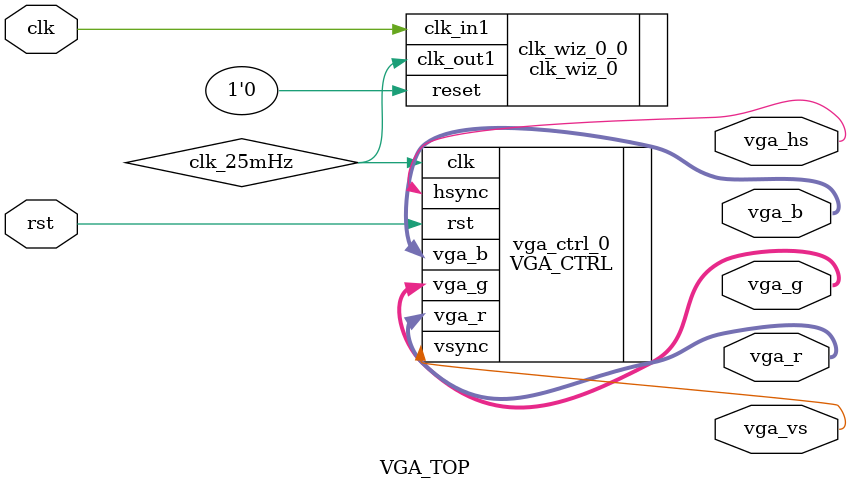
<source format=v>
module VGA_TOP(
	input clk,
	input rst, 
	output vga_hs, 
	output vga_vs, 
	output [3:0] vga_r, 
	output [3:0] vga_g, 
	output [3:0] vga_b
);

wire clk_25mHz;
wire [9:0] hcount, vcount;

reg [18:0] addr;
wire [7:0] dout;


VGA_CTRL vga_ctrl_0(
	.clk(clk_25mHz), 
	.rst(rst), 
	.hsync(vga_hs), 
	.vsync(vga_vs), 
	.vga_r(vga_r), 
	.vga_g(vga_g), 
	.vga_b(vga_b)
	);

clk_wiz_0 clk_wiz_0_0(
		.clk_in1(clk),
		.clk_out1(clk_25mHz),
		.reset(1'b0)
	);
endmodule
</source>
